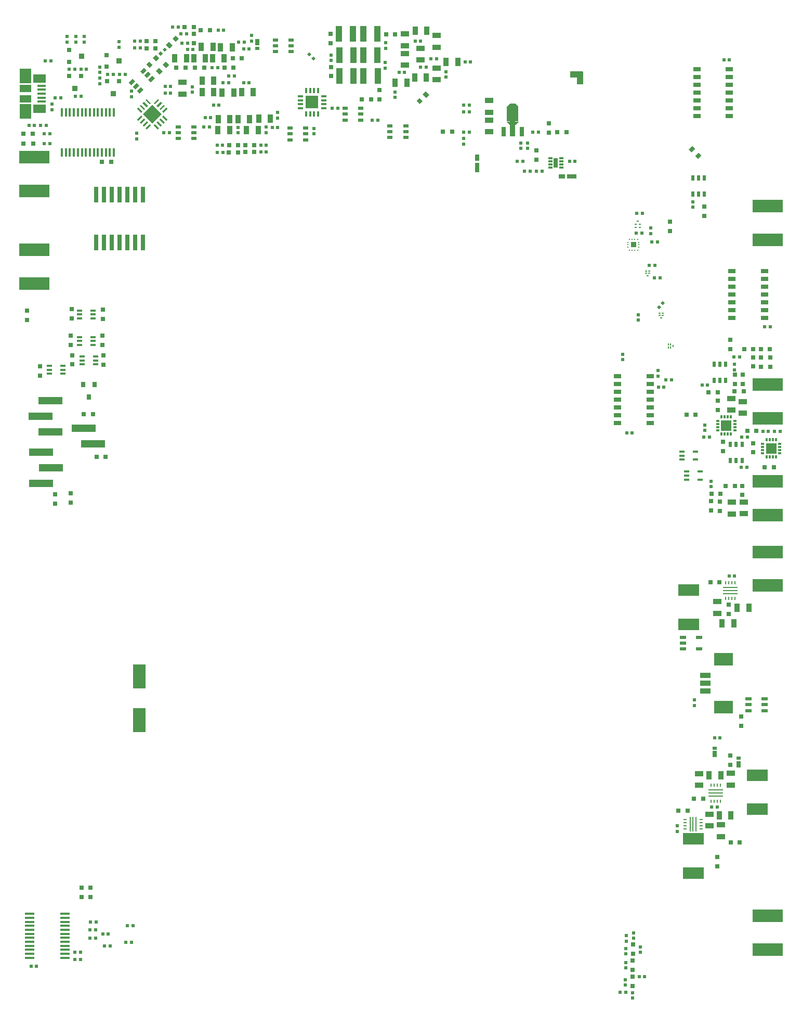
<source format=gbp>
G04 #@! TF.FileFunction,Paste,Bot*
%FSLAX46Y46*%
G04 Gerber Fmt 4.6, Leading zero omitted, Abs format (unit mm)*
G04 Created by KiCad (PCBNEW 4.0.7) date Fri May 21 10:28:59 2021*
%MOMM*%
%LPD*%
G01*
G04 APERTURE LIST*
%ADD10C,0.150000*%
%ADD11R,0.952000X0.302000*%
%ADD12R,0.302000X0.952000*%
%ADD13R,2.152000X2.152000*%
%ADD14R,0.902000X0.902000*%
%ADD15R,0.282000X0.202000*%
%ADD16R,0.202000X0.282000*%
%ADD17R,5.002000X2.002000*%
%ADD18R,0.497300X0.497300*%
%ADD19R,3.052000X2.152000*%
%ADD20R,1.652000X0.852000*%
%ADD21R,1.382000X0.452000*%
%ADD22R,2.102000X1.477000*%
%ADD23R,1.902000X2.377000*%
%ADD24R,1.902000X1.177000*%
%ADD25R,0.702000X0.802000*%
%ADD26R,1.401540X0.901160*%
%ADD27R,0.802000X0.702000*%
%ADD28R,0.901160X1.401540*%
%ADD29R,0.421100X1.472660*%
%ADD30R,0.902000X0.602000*%
%ADD31R,1.022000X2.542000*%
%ADD32R,1.907000X2.427700*%
%ADD33R,0.713200X1.500600*%
%ADD34R,0.916400X5.336000*%
%ADD35R,0.602000X0.902000*%
%ADD36R,0.799560X0.799560*%
%ADD37R,0.302000X0.502000*%
%ADD38R,0.602000X0.302000*%
%ADD39R,1.752000X1.752000*%
%ADD40R,0.502000X0.302000*%
%ADD41R,0.302000X0.602000*%
%ADD42R,0.252000X0.602000*%
%ADD43R,2.402000X0.252000*%
%ADD44R,0.602000X0.252000*%
%ADD45R,0.252000X2.402000*%
%ADD46R,1.102000X0.602000*%
%ADD47R,0.852000X0.352000*%
%ADD48R,2.002000X4.002000*%
%ADD49R,1.102000X0.802000*%
%ADD50R,1.502000X0.802000*%
%ADD51R,2.102000X1.002000*%
%ADD52R,1.002000X2.102000*%
%ADD53R,0.802000X1.102000*%
%ADD54R,0.802000X1.502000*%
%ADD55R,3.402000X1.852000*%
%ADD56R,4.002000X1.202000*%
%ADD57R,0.672000X0.302000*%
%ADD58R,0.702000X1.602000*%
%ADD59R,1.182000X0.702000*%
%ADD60R,1.502000X0.452000*%
%ADD61R,0.802000X2.502000*%
%ADD62R,0.802000X0.802000*%
%ADD63R,0.702000X0.902000*%
%ADD64R,0.702000X0.522000*%
%ADD65R,0.702000X1.052000*%
%ADD66R,0.402000X0.272000*%
%ADD67R,0.202000X0.302000*%
%ADD68R,0.302000X0.202000*%
G04 APERTURE END LIST*
D10*
D11*
X129895740Y-62862420D03*
X129895740Y-63512420D03*
X129895740Y-64162420D03*
X129895740Y-64812420D03*
X126045740Y-62862420D03*
X126045740Y-63512420D03*
X126045740Y-64162420D03*
X126045740Y-64812420D03*
D12*
X128945740Y-61912420D03*
X128295740Y-61912420D03*
X127645740Y-61912420D03*
X126995740Y-61912420D03*
X126995740Y-65762420D03*
X127645740Y-65762420D03*
X128295740Y-65762420D03*
D13*
X127970740Y-63837420D03*
D12*
X128945740Y-65762420D03*
D14*
X180307280Y-87032520D03*
D15*
X179412280Y-87432520D03*
X179412280Y-86632520D03*
X179412280Y-87032520D03*
D16*
X180982280Y-87927520D03*
X180532280Y-87927520D03*
X180082280Y-87927520D03*
X179632280Y-87927520D03*
X180982280Y-86137520D03*
X180532280Y-86137520D03*
X180082280Y-86137520D03*
D15*
X181202280Y-86632520D03*
X181202280Y-87432520D03*
X181202280Y-87032520D03*
D16*
X179632280Y-86137520D03*
D17*
X82753780Y-87873980D03*
X82753780Y-93373980D03*
X82743780Y-72753980D03*
X82743780Y-78253980D03*
X202153780Y-201693980D03*
X202153780Y-196193980D03*
X202153780Y-142503980D03*
X202153780Y-137003980D03*
X202173260Y-131051620D03*
X202173260Y-125551620D03*
X202158700Y-115266640D03*
X202158700Y-109766640D03*
X202142780Y-86281580D03*
X202142780Y-80781580D03*
D18*
X89414200Y-62856480D03*
X90313360Y-62856480D03*
X90303200Y-58474980D03*
X91202360Y-58474980D03*
X89297360Y-58474980D03*
X88398200Y-58474980D03*
X88045980Y-54034560D03*
X88045980Y-53135400D03*
X90816280Y-53135900D03*
X90816280Y-54035060D03*
X89519180Y-53160800D03*
X89519180Y-54059960D03*
D19*
X195010780Y-162296580D03*
X195010780Y-154496580D03*
D20*
X192060780Y-159646580D03*
X192060780Y-158396580D03*
X192060780Y-157146580D03*
D21*
X83943780Y-63753980D03*
X83943780Y-63103980D03*
X83943780Y-62453980D03*
X83943780Y-61803980D03*
X83943780Y-61153980D03*
D22*
X83583780Y-64916480D03*
X83583780Y-59991480D03*
D23*
X81283780Y-65363980D03*
X81283780Y-59543980D03*
D24*
X81283780Y-63293980D03*
X81283780Y-61613980D03*
D25*
X201677260Y-123201300D03*
X203177260Y-123201300D03*
D26*
X198266740Y-128903600D03*
X198266740Y-130808600D03*
X198125180Y-112564900D03*
X198125180Y-114469900D03*
X196300780Y-128949320D03*
X196300780Y-130854320D03*
X196229660Y-112048160D03*
X196229660Y-113953160D03*
D25*
X196842500Y-126300100D03*
X195342500Y-126300100D03*
X201053100Y-104043200D03*
X202553100Y-104043200D03*
X194063740Y-111009300D03*
X192563740Y-111009300D03*
X190437200Y-114719100D03*
X188937200Y-114719100D03*
D27*
X196046780Y-104017380D03*
X196046780Y-102517380D03*
D25*
X198345460Y-104038120D03*
X199845460Y-104038120D03*
X200347700Y-117288180D03*
X198847700Y-117288180D03*
D27*
X199780580Y-120811860D03*
X199780580Y-119311860D03*
D26*
X190969680Y-174996680D03*
X190969680Y-173091680D03*
X196214780Y-174933180D03*
X196214780Y-173028180D03*
D28*
X196176680Y-179911580D03*
X194271680Y-179911580D03*
D26*
X194551080Y-183353280D03*
X194551080Y-181448280D03*
D29*
X91768900Y-72008980D03*
X91118660Y-72008980D03*
X90468420Y-72008980D03*
X89818180Y-72008980D03*
X93709460Y-65458980D03*
X93719620Y-72008980D03*
X93069380Y-72008980D03*
X92419140Y-72008980D03*
X89167940Y-65458980D03*
X89818180Y-65458980D03*
X90468420Y-65458980D03*
X91118660Y-65458980D03*
X91768900Y-65458980D03*
X92419140Y-65458980D03*
X89167940Y-72008980D03*
X93069380Y-65458980D03*
X94369860Y-72008980D03*
X88517700Y-72008980D03*
X88517700Y-65458980D03*
X94369860Y-65458980D03*
X95017560Y-72008980D03*
X87870000Y-72008980D03*
X87870000Y-65458980D03*
X95017560Y-65458980D03*
X95667800Y-72008980D03*
X87219760Y-72008980D03*
X87219760Y-65458980D03*
X95667800Y-65458980D03*
D18*
X192993700Y-126389000D03*
X192993700Y-125489840D03*
X197603800Y-105314620D03*
X196704640Y-105314620D03*
X196768820Y-107390920D03*
X196768820Y-106491760D03*
X192391720Y-109901860D03*
X191492560Y-109901860D03*
X197984800Y-118354980D03*
X198883960Y-118354980D03*
X191787200Y-118360060D03*
X192686360Y-118360060D03*
X191977700Y-117270400D03*
X191977700Y-116371240D03*
X201383320Y-117430420D03*
X202282480Y-117430420D03*
X204177320Y-117410100D03*
X203278160Y-117410100D03*
X198782360Y-123231780D03*
X197883200Y-123231780D03*
D27*
X193992280Y-188179980D03*
X193992280Y-186679980D03*
D30*
X108747540Y-69745500D03*
X108747540Y-68795500D03*
X108747540Y-67845500D03*
X106147540Y-69745500D03*
X106147540Y-68795500D03*
X106147540Y-67845500D03*
D28*
X105608580Y-56669540D03*
X107513580Y-56669540D03*
X108694680Y-56669540D03*
X110599680Y-56669540D03*
X109906260Y-54863600D03*
X111811260Y-54863600D03*
X111757920Y-56702560D03*
X113662920Y-56702560D03*
X113053320Y-54886460D03*
X114958320Y-54886460D03*
D27*
X108676900Y-52706440D03*
X108676900Y-54206440D03*
D10*
G36*
X103317099Y-56249425D02*
X102965455Y-55897781D01*
X103317099Y-55546137D01*
X103668743Y-55897781D01*
X103317099Y-56249425D01*
X103317099Y-56249425D01*
G37*
G36*
X103952901Y-55613623D02*
X103601257Y-55261979D01*
X103952901Y-54910335D01*
X104304545Y-55261979D01*
X103952901Y-55613623D01*
X103952901Y-55613623D01*
G37*
D18*
X99969780Y-55018540D03*
X99070620Y-55018540D03*
X107655820Y-55229360D03*
X108554980Y-55229360D03*
D25*
X110399720Y-58178300D03*
X108899720Y-58178300D03*
D18*
X111696960Y-58185920D03*
X112596120Y-58185920D03*
D25*
X113667300Y-58185920D03*
X115167300Y-58185920D03*
D18*
X116032740Y-54078740D03*
X116931900Y-54078740D03*
X116799820Y-55206500D03*
X117698980Y-55206500D03*
X99982480Y-53926340D03*
X99083320Y-53926340D03*
X106627120Y-52724920D03*
X107526280Y-52724920D03*
X107655820Y-54215900D03*
X106756660Y-54215900D03*
D25*
X105823780Y-58246880D03*
X107323780Y-58246880D03*
D30*
X121981900Y-53718020D03*
X121981900Y-54668020D03*
X121981900Y-55618020D03*
X124581900Y-53718020D03*
X124581900Y-54668020D03*
X124581900Y-55618020D03*
D10*
G36*
X104719905Y-55069694D02*
X104152806Y-54502595D01*
X104649195Y-54006206D01*
X105216294Y-54573305D01*
X104719905Y-55069694D01*
X104719905Y-55069694D01*
G37*
G36*
X105780565Y-54009034D02*
X105213466Y-53441935D01*
X105709855Y-52945546D01*
X106276954Y-53512645D01*
X105780565Y-54009034D01*
X105780565Y-54009034D01*
G37*
D25*
X102480000Y-53918720D03*
X100980000Y-53918720D03*
X102487620Y-55046480D03*
X100987620Y-55046480D03*
D10*
G36*
X101524585Y-58259934D02*
X100957486Y-57692835D01*
X101453875Y-57196446D01*
X102020974Y-57763545D01*
X101524585Y-58259934D01*
X101524585Y-58259934D01*
G37*
G36*
X102585245Y-57199274D02*
X102018146Y-56632175D01*
X102514535Y-56135786D01*
X103081634Y-56702885D01*
X102585245Y-57199274D01*
X102585245Y-57199274D01*
G37*
G36*
X101298266Y-60160319D02*
X101936076Y-59522509D01*
X102361754Y-59948187D01*
X101723944Y-60585997D01*
X101298266Y-60160319D01*
X101298266Y-60160319D01*
G37*
G36*
X100626515Y-59488567D02*
X101264325Y-58850757D01*
X101690003Y-59276435D01*
X101052193Y-59914245D01*
X100626515Y-59488567D01*
X100626515Y-59488567D01*
G37*
G36*
X99954763Y-58816816D02*
X100592573Y-58179006D01*
X101018251Y-58604684D01*
X100380441Y-59242494D01*
X99954763Y-58816816D01*
X99954763Y-58816816D01*
G37*
G36*
X99459789Y-61998796D02*
X100097599Y-61360986D01*
X100523277Y-61786664D01*
X99885467Y-62424474D01*
X99459789Y-61998796D01*
X99459789Y-61998796D01*
G37*
G36*
X98788037Y-61327045D02*
X99425847Y-60689235D01*
X99851525Y-61114913D01*
X99213715Y-61752723D01*
X98788037Y-61327045D01*
X98788037Y-61327045D01*
G37*
G36*
X98116286Y-60655293D02*
X98754096Y-60017483D01*
X99179774Y-60443161D01*
X98541964Y-61080971D01*
X98116286Y-60655293D01*
X98116286Y-60655293D01*
G37*
D27*
X191859360Y-82359800D03*
X191859360Y-80859800D03*
D10*
G36*
X189308846Y-71521245D02*
X189875945Y-70954146D01*
X190372334Y-71450535D01*
X189805235Y-72017634D01*
X189308846Y-71521245D01*
X189308846Y-71521245D01*
G37*
G36*
X190369506Y-72581905D02*
X190936605Y-72014806D01*
X191432994Y-72511195D01*
X190865895Y-73078294D01*
X190369506Y-72581905D01*
X190369506Y-72581905D01*
G37*
D28*
X112644380Y-68419580D03*
X114549380Y-68419580D03*
X119276320Y-66550140D03*
X121181320Y-66550140D03*
X114572240Y-66585700D03*
X112667240Y-66585700D03*
X117808200Y-66570460D03*
X115903200Y-66570460D03*
X117277340Y-68358620D03*
X119182340Y-68358620D03*
D31*
X132387070Y-59614670D03*
X134677070Y-59614670D03*
X136354550Y-59609590D03*
X138644550Y-59609590D03*
X132409930Y-56167890D03*
X134699930Y-56167890D03*
X136341850Y-56167890D03*
X138631850Y-56167890D03*
X132364210Y-52733810D03*
X134654210Y-52733810D03*
X136349470Y-52738890D03*
X138639470Y-52738890D03*
D26*
X143058340Y-55930400D03*
X143058340Y-57835400D03*
X143073580Y-52745240D03*
X143073580Y-54650240D03*
D28*
X144757600Y-52188980D03*
X146662600Y-52188980D03*
D26*
X145656760Y-55054100D03*
X145656760Y-56959100D03*
X148285660Y-53004320D03*
X148285660Y-54909320D03*
D28*
X149802040Y-57294380D03*
X151707040Y-57294380D03*
D26*
X148234860Y-58287520D03*
X148234860Y-60192520D03*
D28*
X143401240Y-60647180D03*
X141496240Y-60647180D03*
X146566080Y-59849620D03*
X144661080Y-59849620D03*
D18*
X115936220Y-67931900D03*
X115936220Y-68831060D03*
X122382740Y-66430760D03*
X122382740Y-65531600D03*
X111455660Y-66341860D03*
X110556500Y-66341860D03*
X120472660Y-68808200D03*
X120472660Y-67909040D03*
X106149600Y-51574300D03*
X105250440Y-51574300D03*
X112657080Y-52153420D03*
X113556240Y-52153420D03*
D27*
X131053030Y-59602670D03*
X131053030Y-58102670D03*
D18*
X139897310Y-58311650D03*
X139897310Y-57412490D03*
X131030170Y-56162810D03*
X131030170Y-57061970D03*
X139917630Y-55050290D03*
X139917630Y-54151130D03*
D27*
X131020010Y-52730570D03*
X131020010Y-54230570D03*
D25*
X140007100Y-52818900D03*
X141507100Y-52818900D03*
D18*
X143035480Y-59016500D03*
X142136320Y-59016500D03*
X144749980Y-53880620D03*
X145649140Y-53880620D03*
X145626280Y-58117340D03*
X146525440Y-58117340D03*
X147333160Y-56760980D03*
X148232320Y-56760980D03*
X152895760Y-57309620D03*
X153794920Y-57309620D03*
X149748700Y-58856480D03*
X149748700Y-59755640D03*
X141473380Y-62186420D03*
X141473380Y-63085580D03*
X180298740Y-198988040D03*
X180298740Y-199887200D03*
X180197140Y-208721320D03*
X180197140Y-209620480D03*
X152664620Y-70639540D03*
X152664620Y-69740380D03*
D27*
X180237780Y-200882180D03*
X180237780Y-202382180D03*
X180192060Y-203493300D03*
X180192060Y-204993300D03*
X180176820Y-206124740D03*
X180176820Y-207624740D03*
D26*
X106826520Y-60599200D03*
X106826520Y-62504200D03*
D28*
X110038340Y-60337300D03*
X111943340Y-60337300D03*
X110035800Y-62209280D03*
X111940800Y-62209280D03*
X113287000Y-62260080D03*
X115192000Y-62260080D03*
X116487400Y-62234680D03*
X118392400Y-62234680D03*
D18*
X179160820Y-200374880D03*
X179160820Y-199475720D03*
X179084620Y-201522960D03*
X179084620Y-202422120D03*
X181443780Y-202173560D03*
X181443780Y-201274400D03*
X179059220Y-203803880D03*
X179059220Y-204703040D03*
X181244200Y-206153980D03*
X182143360Y-206153980D03*
X179018580Y-206628360D03*
X179018580Y-207527520D03*
X179063360Y-208653980D03*
X178164200Y-208653980D03*
X104927860Y-61259320D03*
X104028700Y-61259320D03*
X108486520Y-61312120D03*
X108486520Y-62211280D03*
X113485120Y-60659880D03*
X114384280Y-60659880D03*
X114424920Y-59580380D03*
X115324080Y-59580380D03*
X138676380Y-66751200D03*
X137777220Y-66751200D03*
X162300860Y-73439440D03*
X161401700Y-73439440D03*
X163037980Y-71373600D03*
X163037980Y-70474440D03*
X170810860Y-73449440D03*
X169911700Y-73449440D03*
D26*
X156820060Y-63591040D03*
X156820060Y-65496040D03*
X156820060Y-66740640D03*
X156820060Y-68645640D03*
D10*
G36*
X160193080Y-67492740D02*
X159697780Y-66995440D01*
X161604780Y-66995440D01*
X161109480Y-67492740D01*
X160193080Y-67492740D01*
X160193080Y-67492740D01*
G37*
D32*
X160651280Y-65783590D03*
D33*
X159152680Y-68660140D03*
D34*
X160651280Y-66742440D03*
D33*
X162149880Y-68660140D03*
D10*
G36*
X161109480Y-64074440D02*
X161604780Y-64571740D01*
X159697780Y-64571740D01*
X160193080Y-64074440D01*
X161109480Y-64074440D01*
X161109480Y-64074440D01*
G37*
D30*
X124344100Y-68063940D03*
X124344100Y-69013940D03*
X124344100Y-69963940D03*
X126944100Y-68063940D03*
X126944100Y-69013940D03*
X126944100Y-69963940D03*
D27*
X166531280Y-67279440D03*
X166531280Y-68779440D03*
D25*
X109826820Y-52158500D03*
X111326820Y-52158500D03*
X108692840Y-51589540D03*
X107192840Y-51589540D03*
D18*
X189957280Y-80932100D03*
X189957280Y-80032940D03*
X99380500Y-68884400D03*
X99380500Y-69783560D03*
X152672240Y-65432540D03*
X153571400Y-65432540D03*
X183147160Y-85221680D03*
X183147160Y-84322520D03*
X183319420Y-86550500D03*
X184218580Y-86550500D03*
D35*
X189957280Y-78782520D03*
X190907280Y-78782520D03*
X191857280Y-78782520D03*
X189957280Y-76182520D03*
X190907280Y-76182520D03*
X191857280Y-76182520D03*
D18*
X120492980Y-70812260D03*
X119593820Y-70812260D03*
X113414000Y-71985740D03*
X112514840Y-71985740D03*
X119603980Y-71955260D03*
X120503140Y-71955260D03*
X112509760Y-70812260D03*
X113408920Y-70812260D03*
D25*
X117065820Y-70812260D03*
X118565820Y-70812260D03*
X114426760Y-71978120D03*
X115926760Y-71978120D03*
X118570900Y-71970500D03*
X117070900Y-71970500D03*
X114434380Y-70812260D03*
X115934380Y-70812260D03*
D18*
X161935620Y-71373600D03*
X161935620Y-70474440D03*
X111895080Y-64294620D03*
X112794240Y-64294620D03*
X132174440Y-64812780D03*
X131275280Y-64812780D03*
X163931700Y-68709440D03*
X164830860Y-68709440D03*
X152679860Y-64347960D03*
X153579020Y-64347960D03*
X152672240Y-68681200D03*
X153571400Y-68681200D03*
X98542300Y-62933180D03*
X98542300Y-62034020D03*
X103815340Y-68785340D03*
X104714500Y-68785340D03*
D10*
G36*
X127169115Y-56031599D02*
X127520759Y-55679955D01*
X127872403Y-56031599D01*
X127520759Y-56383243D01*
X127169115Y-56031599D01*
X127169115Y-56031599D01*
G37*
G36*
X127804917Y-56667401D02*
X128156561Y-56315757D01*
X128508205Y-56667401D01*
X128156561Y-57019045D01*
X127804917Y-56667401D01*
X127804917Y-56667401D01*
G37*
D18*
X128295860Y-69011400D03*
X128295860Y-68112240D03*
X122385280Y-67972540D03*
X121486120Y-67972540D03*
X111257540Y-67835380D03*
X110358380Y-67835380D03*
X117726920Y-60692900D03*
X116827760Y-60692900D03*
X104943100Y-62404860D03*
X104043940Y-62404860D03*
D27*
X138974020Y-63363140D03*
X138974020Y-61863140D03*
X186233260Y-84785500D03*
X186233260Y-83285500D03*
D25*
X167881280Y-68719440D03*
X169381280Y-68719440D03*
X149295880Y-68663420D03*
X150795880Y-68663420D03*
D10*
G36*
X146494635Y-62038746D02*
X147061734Y-62605845D01*
X146565345Y-63102234D01*
X145998246Y-62535135D01*
X146494635Y-62038746D01*
X146494635Y-62038746D01*
G37*
G36*
X145433975Y-63099406D02*
X146001074Y-63666505D01*
X145504685Y-64162894D01*
X144937586Y-63595795D01*
X145433975Y-63099406D01*
X145433975Y-63099406D01*
G37*
D25*
X136075180Y-63405620D03*
X137575180Y-63405620D03*
X115023660Y-56692400D03*
X116523660Y-56692400D03*
D10*
G36*
X103132405Y-59324194D02*
X102565306Y-58757095D01*
X103061695Y-58260706D01*
X103628794Y-58827805D01*
X103132405Y-59324194D01*
X103132405Y-59324194D01*
G37*
G36*
X104193065Y-58263534D02*
X103625966Y-57696435D01*
X104122355Y-57200046D01*
X104689454Y-57767145D01*
X104193065Y-58263534D01*
X104193065Y-58263534D01*
G37*
D18*
X92706880Y-199833100D03*
X91807720Y-199833100D03*
D25*
X93723780Y-73533980D03*
X95223780Y-73533980D03*
D18*
X193946560Y-178552680D03*
X193047400Y-178552680D03*
D25*
X190143480Y-177181080D03*
X191643480Y-177181080D03*
D27*
X196113180Y-170157280D03*
X196113180Y-171657280D03*
D18*
X187436180Y-181583200D03*
X187436180Y-182482360D03*
D25*
X187603480Y-179149580D03*
X189103480Y-179149580D03*
X197637880Y-184280380D03*
X196137880Y-184280380D03*
D18*
X85603780Y-64164400D03*
X85603780Y-65063560D03*
X82733360Y-67643980D03*
X81834200Y-67643980D03*
D27*
X194436420Y-128831780D03*
X194436420Y-130331780D03*
D25*
X201068340Y-105369080D03*
X202568340Y-105369080D03*
D27*
X194075740Y-112392900D03*
X194075740Y-113892900D03*
X192983540Y-128765740D03*
X192983540Y-130265740D03*
D25*
X201093740Y-106862600D03*
X202593740Y-106862600D03*
D27*
X198114340Y-108191740D03*
X198114340Y-109691740D03*
X194909540Y-120622480D03*
X194909540Y-119122480D03*
X197824780Y-163782180D03*
X197824780Y-165282180D03*
D36*
X82513880Y-70583980D03*
X80913680Y-70583980D03*
X82503880Y-68973980D03*
X80903680Y-68973980D03*
D37*
X194682100Y-117860140D03*
X195182100Y-117860140D03*
X195682100Y-117860140D03*
X196182100Y-117860140D03*
D38*
X196832100Y-117210140D03*
X196832100Y-116710140D03*
X196832100Y-116210140D03*
X196832100Y-115710140D03*
D37*
X196182100Y-115060140D03*
X195682100Y-115060140D03*
X195182100Y-115060140D03*
X194682100Y-115060140D03*
D38*
X194032100Y-115710140D03*
X194032100Y-116210140D03*
X194032100Y-116710140D03*
X194032100Y-117210140D03*
D39*
X195432100Y-116460140D03*
D40*
X201367620Y-119433780D03*
X201367620Y-119933780D03*
X201367620Y-120433780D03*
X201367620Y-120933780D03*
D41*
X202017620Y-121583780D03*
X202517620Y-121583780D03*
X203017620Y-121583780D03*
X203517620Y-121583780D03*
D40*
X204167620Y-120933780D03*
X204167620Y-120433780D03*
X204167620Y-119933780D03*
X204167620Y-119433780D03*
D41*
X203517620Y-118783780D03*
X203017620Y-118783780D03*
X202517620Y-118783780D03*
X202017620Y-118783780D03*
D39*
X202767620Y-120183780D03*
D18*
X84514200Y-57143980D03*
X85413360Y-57143980D03*
X85243360Y-70583980D03*
X84344200Y-70583980D03*
X85218960Y-68977380D03*
X84319800Y-68977380D03*
D28*
X192633380Y-173396480D03*
X194538380Y-173396480D03*
D26*
X192722280Y-179695680D03*
X192722280Y-181600680D03*
D18*
X194433880Y-167310940D03*
X193534720Y-167310940D03*
X87033360Y-63103980D03*
X86134200Y-63103980D03*
D27*
X198068620Y-126271460D03*
X198068620Y-127771460D03*
D25*
X196800460Y-110856900D03*
X198300460Y-110856900D03*
X193000620Y-127549780D03*
X194500620Y-127549780D03*
D27*
X199836460Y-106836780D03*
X199836460Y-105336780D03*
D18*
X96499280Y-54885060D03*
X96499280Y-53985900D03*
X95551860Y-59324980D03*
X94652700Y-59324980D03*
X93400480Y-58100700D03*
X93400480Y-58999860D03*
X93400480Y-60828660D03*
X93400480Y-59929500D03*
X97520360Y-59324980D03*
X96621200Y-59324980D03*
X190235580Y-161096600D03*
X190235580Y-161995760D03*
D42*
X194450180Y-177566680D03*
X193950180Y-177566680D03*
X193450180Y-177566680D03*
X192950180Y-177566680D03*
X192950180Y-174966680D03*
X193450180Y-174966680D03*
X194450180Y-174966680D03*
X193950180Y-174966680D03*
D43*
X193700180Y-175766680D03*
X193700180Y-176766680D03*
X193700180Y-176266680D03*
D44*
X188729880Y-182096680D03*
X188729880Y-181596680D03*
X188729880Y-181096680D03*
X188729880Y-180596680D03*
X191329880Y-180596680D03*
X191329880Y-181096680D03*
X191329880Y-182096680D03*
X191329880Y-181596680D03*
D45*
X190529880Y-181346680D03*
X189529880Y-181346680D03*
X190029880Y-181346680D03*
D35*
X195356620Y-106466840D03*
X194406620Y-106466840D03*
X193456620Y-106466840D03*
X195356620Y-109066840D03*
X194406620Y-109066840D03*
X193456620Y-109066840D03*
X196093140Y-122102120D03*
X197043140Y-122102120D03*
X197993140Y-122102120D03*
X196093140Y-119502120D03*
X197043140Y-119502120D03*
X197993140Y-119502120D03*
D46*
X199044780Y-160926380D03*
X199044780Y-161876380D03*
X199044780Y-162826380D03*
X201644780Y-162826380D03*
X201644780Y-161876380D03*
X201644780Y-160926380D03*
D18*
X94779520Y-199162540D03*
X93880360Y-199162540D03*
X92717040Y-198522460D03*
X91817880Y-198522460D03*
X98813040Y-197841740D03*
X97913880Y-197841740D03*
X92752600Y-197242300D03*
X91853440Y-197242300D03*
D27*
X88933780Y-106513980D03*
X88933780Y-105013980D03*
X83692420Y-106830300D03*
X83692420Y-108330300D03*
X81493780Y-99253980D03*
X81493780Y-97753980D03*
X93853780Y-99073980D03*
X93853780Y-97573980D03*
X88630180Y-103356980D03*
X88630180Y-101856980D03*
X93833780Y-103333980D03*
X93833780Y-101833980D03*
X88823780Y-99033980D03*
X88823780Y-97533980D03*
X94013780Y-106533980D03*
X94013780Y-105033980D03*
D25*
X92853780Y-121513980D03*
X94353780Y-121513980D03*
D18*
X202592360Y-100371780D03*
X201693200Y-100371780D03*
X181123780Y-98414400D03*
X181123780Y-99313560D03*
X195044200Y-56983980D03*
X195943360Y-56983980D03*
X83744200Y-67633980D03*
X84643360Y-67633980D03*
D27*
X88604780Y-127495740D03*
X88604780Y-128995740D03*
X86085100Y-127632900D03*
X86085100Y-129132900D03*
X90453780Y-193193980D03*
X90453780Y-191693980D03*
X91883780Y-193183980D03*
X91883780Y-191683980D03*
D18*
X98543800Y-200503660D03*
X97644640Y-200503660D03*
X178546180Y-104849800D03*
X178546180Y-105748960D03*
X186493840Y-109048420D03*
X185594680Y-109048420D03*
X185284800Y-110206660D03*
X184385640Y-110206660D03*
X179198960Y-117653940D03*
X180098120Y-117653940D03*
X95069080Y-201128500D03*
X94169920Y-201128500D03*
D47*
X92313780Y-103359980D03*
X92313780Y-102703980D03*
X92313780Y-102053980D03*
X90113780Y-102053980D03*
X90113780Y-103353980D03*
X90113780Y-102703980D03*
X92313780Y-99039980D03*
X92313780Y-98383980D03*
X92313780Y-97733980D03*
X90113780Y-97733980D03*
X90113780Y-99033980D03*
X90113780Y-98383980D03*
X92723780Y-106509980D03*
X92723780Y-105853980D03*
X92723780Y-105203980D03*
X90523780Y-105203980D03*
X90523780Y-106503980D03*
X90523780Y-105853980D03*
X85142580Y-106726180D03*
X85142580Y-107382180D03*
X85142580Y-108032180D03*
X87342580Y-108032180D03*
X87342580Y-106732180D03*
X87342580Y-107382180D03*
D25*
X90791600Y-114604800D03*
X92291600Y-114604800D03*
D18*
X83073360Y-204433980D03*
X82174200Y-204433980D03*
X184347540Y-107491400D03*
X184347540Y-108390560D03*
X165413360Y-75103980D03*
X164514200Y-75103980D03*
X162584200Y-75083980D03*
X163483360Y-75083980D03*
X89314200Y-202193980D03*
X90213360Y-202193980D03*
X90213360Y-203343980D03*
X89314200Y-203343980D03*
D48*
X99863780Y-157273980D03*
X99863780Y-164373980D03*
D10*
G36*
X100823173Y-68058400D02*
X101496339Y-67385234D01*
X101709885Y-67598780D01*
X101036719Y-68271946D01*
X100823173Y-68058400D01*
X100823173Y-68058400D01*
G37*
G36*
X100363553Y-67598780D02*
X101036719Y-66925614D01*
X101250265Y-67139160D01*
X100577099Y-67812326D01*
X100363553Y-67598780D01*
X100363553Y-67598780D01*
G37*
G36*
X99903934Y-67139161D02*
X100577100Y-66465995D01*
X100790646Y-66679541D01*
X100117480Y-67352707D01*
X99903934Y-67139161D01*
X99903934Y-67139161D01*
G37*
G36*
X99444314Y-66679541D02*
X100117480Y-66006375D01*
X100331026Y-66219921D01*
X99657860Y-66893087D01*
X99444314Y-66679541D01*
X99444314Y-66679541D01*
G37*
G36*
X103545534Y-65336039D02*
X104218700Y-64662873D01*
X104432246Y-64876419D01*
X103759080Y-65549585D01*
X103545534Y-65336039D01*
X103545534Y-65336039D01*
G37*
G36*
X103085914Y-64876419D02*
X103759080Y-64203253D01*
X103972626Y-64416799D01*
X103299460Y-65089965D01*
X103085914Y-64876419D01*
X103085914Y-64876419D01*
G37*
G36*
X102626295Y-64416800D02*
X103299461Y-63743634D01*
X103513007Y-63957180D01*
X102839841Y-64630346D01*
X102626295Y-64416800D01*
X102626295Y-64416800D01*
G37*
G36*
X102166675Y-63957180D02*
X102839841Y-63284014D01*
X103053387Y-63497560D01*
X102380221Y-64170726D01*
X102166675Y-63957180D01*
X102166675Y-63957180D01*
G37*
G36*
X102166675Y-67598780D02*
X102380221Y-67385234D01*
X103053387Y-68058400D01*
X102839841Y-68271946D01*
X102166675Y-67598780D01*
X102166675Y-67598780D01*
G37*
G36*
X102626295Y-67139160D02*
X102839841Y-66925614D01*
X103513007Y-67598780D01*
X103299461Y-67812326D01*
X102626295Y-67139160D01*
X102626295Y-67139160D01*
G37*
G36*
X103085914Y-66679541D02*
X103299460Y-66465995D01*
X103972626Y-67139161D01*
X103759080Y-67352707D01*
X103085914Y-66679541D01*
X103085914Y-66679541D01*
G37*
G36*
X103545534Y-66219921D02*
X103759080Y-66006375D01*
X104432246Y-66679541D01*
X104218700Y-66893087D01*
X103545534Y-66219921D01*
X103545534Y-66219921D01*
G37*
G36*
X100823173Y-63497560D02*
X101036719Y-63284014D01*
X101709885Y-63957180D01*
X101496339Y-64170726D01*
X100823173Y-63497560D01*
X100823173Y-63497560D01*
G37*
G36*
X100363553Y-63957180D02*
X100577099Y-63743634D01*
X101250265Y-64416800D01*
X101036719Y-64630346D01*
X100363553Y-63957180D01*
X100363553Y-63957180D01*
G37*
G36*
X99903934Y-64416799D02*
X100117480Y-64203253D01*
X100790646Y-64876419D01*
X100577100Y-65089965D01*
X99903934Y-64416799D01*
X99903934Y-64416799D01*
G37*
G36*
X101938280Y-64256286D02*
X103459974Y-65777980D01*
X101938280Y-67299674D01*
X100416586Y-65777980D01*
X101938280Y-64256286D01*
X101938280Y-64256286D01*
G37*
G36*
X99444314Y-64876419D02*
X99657860Y-64662873D01*
X100331026Y-65336039D01*
X100117480Y-65549585D01*
X99444314Y-64876419D01*
X99444314Y-64876419D01*
G37*
D49*
X168650340Y-75886180D03*
D50*
X170250340Y-75886180D03*
D51*
X171067060Y-59335540D03*
D52*
X171617060Y-59885540D03*
D53*
X154847980Y-72883900D03*
D54*
X154847980Y-74483900D03*
D18*
X195889300Y-140948280D03*
X196788460Y-140948280D03*
D25*
X192845680Y-141938880D03*
X194345680Y-141938880D03*
D27*
X195830880Y-147108480D03*
X195830880Y-145608480D03*
D28*
X196656380Y-148644480D03*
X194751380Y-148644480D03*
X199120180Y-146079080D03*
X197215180Y-146079080D03*
D26*
X193976680Y-145101180D03*
X193976680Y-147006180D03*
D42*
X195360280Y-142010480D03*
X195860280Y-142010480D03*
X196360280Y-142010480D03*
X196860280Y-142010480D03*
X196860280Y-144610480D03*
X196360280Y-144610480D03*
X195360280Y-144610480D03*
X195860280Y-144610480D03*
D43*
X196110280Y-143810480D03*
X196110280Y-142810480D03*
X196110280Y-143310480D03*
D55*
X200520080Y-178889280D03*
X200520080Y-173339280D03*
X190055280Y-183702480D03*
X190055280Y-189252480D03*
D27*
X164541280Y-71699440D03*
X164541280Y-73199440D03*
D55*
X189290380Y-143265980D03*
X189290380Y-148815980D03*
D27*
X196818940Y-108191740D03*
X196818940Y-109691740D03*
D47*
X190423780Y-122003980D03*
X190423780Y-120703980D03*
X188223780Y-120703980D03*
X188223780Y-121353980D03*
X188223780Y-122003980D03*
X191142220Y-125253380D03*
X191142220Y-123953380D03*
X188942220Y-123953380D03*
X188942220Y-124603380D03*
X188942220Y-125253380D03*
D56*
X83763780Y-114943980D03*
X85363780Y-112403980D03*
X85363780Y-117483980D03*
X85442380Y-123333380D03*
X83842380Y-125873380D03*
X83842380Y-120793380D03*
X92325780Y-119447180D03*
X90725780Y-116907180D03*
D57*
X168546280Y-72949440D03*
X168546280Y-73449440D03*
X168546280Y-73949440D03*
X168546280Y-74449440D03*
X166776280Y-72949440D03*
X166776280Y-74449440D03*
X166776280Y-73449440D03*
X166776280Y-73949440D03*
D58*
X167661280Y-73699440D03*
D59*
X190633780Y-66063980D03*
X190633780Y-64793980D03*
X190633780Y-63523980D03*
X190633780Y-62253980D03*
X190633780Y-60983980D03*
X190633780Y-59713980D03*
X190633780Y-58443980D03*
X195953780Y-66063980D03*
X195953780Y-64793980D03*
X195953780Y-63523980D03*
X195953780Y-58443980D03*
X195953780Y-59713980D03*
X195953780Y-60983980D03*
X195953780Y-62253980D03*
X177743780Y-116013980D03*
X177743780Y-114743980D03*
X177743780Y-113473980D03*
X177743780Y-112203980D03*
X177743780Y-110933980D03*
X177743780Y-109663980D03*
X177743780Y-108393980D03*
X183063780Y-116013980D03*
X183063780Y-114743980D03*
X183063780Y-113473980D03*
X183063780Y-108393980D03*
X183063780Y-109663980D03*
X183063780Y-110933980D03*
X183063780Y-112203980D03*
D60*
X87723780Y-203068980D03*
X87723780Y-202418980D03*
X87723780Y-201768980D03*
X87723780Y-201118980D03*
X87723780Y-200468980D03*
X87723780Y-199818980D03*
X87723780Y-199168980D03*
X87723780Y-198518980D03*
X87723780Y-197868980D03*
X87723780Y-197218980D03*
X87723780Y-196568980D03*
X87723780Y-195918980D03*
X81923780Y-195918980D03*
X81923780Y-196568980D03*
X81923780Y-197218980D03*
X81923780Y-197868980D03*
X81923780Y-198518980D03*
X81923780Y-199168980D03*
X81923780Y-203068980D03*
X81923780Y-202418980D03*
X81923780Y-201768980D03*
X81923780Y-201118980D03*
X81923780Y-200468980D03*
X81923780Y-199818980D03*
D61*
X92813780Y-78853980D03*
X94083780Y-78853980D03*
X95353780Y-78853980D03*
X96623780Y-78853980D03*
X97893780Y-78853980D03*
X99163780Y-78853980D03*
X100433780Y-78853980D03*
X92813780Y-86653980D03*
X94083780Y-86653980D03*
X95353780Y-86653980D03*
X100433780Y-86653980D03*
X99163780Y-86653980D03*
X97893780Y-86653980D03*
X96623780Y-86653980D03*
D59*
X201703980Y-91354780D03*
X201703980Y-92624780D03*
X201703980Y-93894780D03*
X201703980Y-95164780D03*
X201703980Y-96434780D03*
X201703980Y-97704780D03*
X201703980Y-98974780D03*
X196383980Y-91354780D03*
X196383980Y-92624780D03*
X196383980Y-93894780D03*
X196383980Y-98974780D03*
X196383980Y-97704780D03*
X196383980Y-96434780D03*
X196383980Y-95164780D03*
D62*
X88419280Y-55365980D03*
X88419280Y-57265980D03*
D14*
X90419280Y-56315980D03*
D62*
X90305780Y-59570480D03*
X88405780Y-59570480D03*
D14*
X89355780Y-61570480D03*
D62*
X94483280Y-56152480D03*
X94483280Y-58052480D03*
D14*
X96483280Y-57102480D03*
D62*
X96496780Y-60420480D03*
X94596780Y-60420480D03*
D14*
X95546780Y-62420480D03*
D46*
X191025300Y-152829300D03*
X191025300Y-150929300D03*
X188425300Y-150929300D03*
X188425300Y-151879300D03*
X188425300Y-152829300D03*
D63*
X90642400Y-109807500D03*
X92542400Y-109807500D03*
X91592400Y-111807500D03*
D64*
X119064460Y-55079220D03*
D65*
X119064460Y-54105220D03*
D64*
X193522380Y-168945680D03*
D65*
X193522380Y-169919680D03*
D64*
X197484780Y-170583980D03*
D65*
X197484780Y-171557980D03*
D10*
G36*
X185102901Y-96167955D02*
X185454545Y-96519599D01*
X185102901Y-96871243D01*
X184751257Y-96519599D01*
X185102901Y-96167955D01*
X185102901Y-96167955D01*
G37*
G36*
X184467099Y-96803757D02*
X184818743Y-97155401D01*
X184467099Y-97507045D01*
X184115455Y-97155401D01*
X184467099Y-96803757D01*
X184467099Y-96803757D01*
G37*
D18*
X183774080Y-90424000D03*
X182874920Y-90424000D03*
X184663080Y-92456000D03*
X183763920Y-92456000D03*
X181678580Y-85153500D03*
X180779420Y-85153500D03*
X181742080Y-81915000D03*
X180842920Y-81915000D03*
D66*
X181038500Y-83193000D03*
X181363500Y-84193000D03*
X180713500Y-84193000D03*
X180713500Y-83693000D03*
X181363500Y-83693000D03*
D67*
X186772500Y-103505000D03*
X185972500Y-103780000D03*
X185972500Y-103230000D03*
X186372500Y-103230000D03*
X186372500Y-103780000D03*
D68*
X184848500Y-98952000D03*
X184573500Y-98152000D03*
X185123500Y-98152000D03*
X185123500Y-98552000D03*
X184573500Y-98552000D03*
X182626000Y-92094000D03*
X182351000Y-91294000D03*
X182901000Y-91294000D03*
X182901000Y-91694000D03*
X182351000Y-91694000D03*
D18*
X118071900Y-53878480D03*
X118071900Y-52979320D03*
D30*
X135920000Y-66736000D03*
X135920000Y-65786000D03*
X135920000Y-64836000D03*
X133320000Y-66736000D03*
X133320000Y-65786000D03*
X133320000Y-64836000D03*
X140635200Y-67680800D03*
X140635200Y-68630800D03*
X140635200Y-69580800D03*
X143235200Y-67680800D03*
X143235200Y-68630800D03*
X143235200Y-69580800D03*
M02*

</source>
